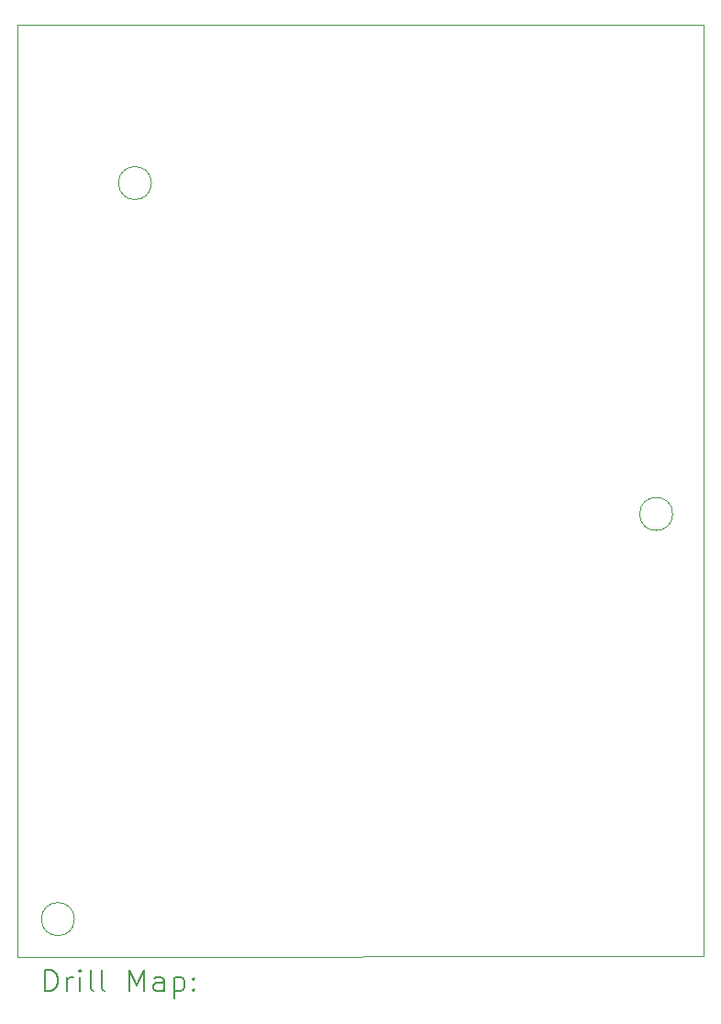
<source format=gbr>
%TF.GenerationSoftware,KiCad,Pcbnew,(6.0.9)*%
%TF.CreationDate,2022-11-30T22:11:57-05:00*%
%TF.ProjectId,Roboshot,526f626f-7368-46f7-942e-6b696361645f,rev?*%
%TF.SameCoordinates,Original*%
%TF.FileFunction,Drillmap*%
%TF.FilePolarity,Positive*%
%FSLAX45Y45*%
G04 Gerber Fmt 4.5, Leading zero omitted, Abs format (unit mm)*
G04 Created by KiCad (PCBNEW (6.0.9)) date 2022-11-30 22:11:57*
%MOMM*%
%LPD*%
G01*
G04 APERTURE LIST*
%ADD10C,0.100000*%
%ADD11C,0.200000*%
G04 APERTURE END LIST*
D10*
X7467600Y-10144760D02*
X13797280Y-10144760D01*
X7990840Y-18394680D02*
G75*
G03*
X7990840Y-18394680I-152400J0D01*
G01*
X13797280Y-18735040D02*
X7467600Y-18745200D01*
X8702040Y-11602720D02*
G75*
G03*
X8702040Y-11602720I-152400J0D01*
G01*
X7467600Y-10144760D02*
X7467600Y-18745200D01*
X13512800Y-14655800D02*
G75*
G03*
X13512800Y-14655800I-152400J0D01*
G01*
X13797280Y-10144760D02*
X13797280Y-18735040D01*
D11*
X7720219Y-19060676D02*
X7720219Y-18860676D01*
X7767838Y-18860676D01*
X7796409Y-18870200D01*
X7815457Y-18889248D01*
X7824981Y-18908295D01*
X7834505Y-18946390D01*
X7834505Y-18974962D01*
X7824981Y-19013057D01*
X7815457Y-19032105D01*
X7796409Y-19051152D01*
X7767838Y-19060676D01*
X7720219Y-19060676D01*
X7920219Y-19060676D02*
X7920219Y-18927343D01*
X7920219Y-18965438D02*
X7929743Y-18946390D01*
X7939267Y-18936867D01*
X7958314Y-18927343D01*
X7977362Y-18927343D01*
X8044028Y-19060676D02*
X8044028Y-18927343D01*
X8044028Y-18860676D02*
X8034505Y-18870200D01*
X8044028Y-18879724D01*
X8053552Y-18870200D01*
X8044028Y-18860676D01*
X8044028Y-18879724D01*
X8167838Y-19060676D02*
X8148790Y-19051152D01*
X8139267Y-19032105D01*
X8139267Y-18860676D01*
X8272600Y-19060676D02*
X8253552Y-19051152D01*
X8244028Y-19032105D01*
X8244028Y-18860676D01*
X8501171Y-19060676D02*
X8501171Y-18860676D01*
X8567838Y-19003533D01*
X8634505Y-18860676D01*
X8634505Y-19060676D01*
X8815457Y-19060676D02*
X8815457Y-18955914D01*
X8805933Y-18936867D01*
X8786886Y-18927343D01*
X8748790Y-18927343D01*
X8729743Y-18936867D01*
X8815457Y-19051152D02*
X8796410Y-19060676D01*
X8748790Y-19060676D01*
X8729743Y-19051152D01*
X8720219Y-19032105D01*
X8720219Y-19013057D01*
X8729743Y-18994010D01*
X8748790Y-18984486D01*
X8796410Y-18984486D01*
X8815457Y-18974962D01*
X8910695Y-18927343D02*
X8910695Y-19127343D01*
X8910695Y-18936867D02*
X8929743Y-18927343D01*
X8967838Y-18927343D01*
X8986886Y-18936867D01*
X8996410Y-18946390D01*
X9005933Y-18965438D01*
X9005933Y-19022581D01*
X8996410Y-19041629D01*
X8986886Y-19051152D01*
X8967838Y-19060676D01*
X8929743Y-19060676D01*
X8910695Y-19051152D01*
X9091648Y-19041629D02*
X9101171Y-19051152D01*
X9091648Y-19060676D01*
X9082124Y-19051152D01*
X9091648Y-19041629D01*
X9091648Y-19060676D01*
X9091648Y-18936867D02*
X9101171Y-18946390D01*
X9091648Y-18955914D01*
X9082124Y-18946390D01*
X9091648Y-18936867D01*
X9091648Y-18955914D01*
M02*

</source>
